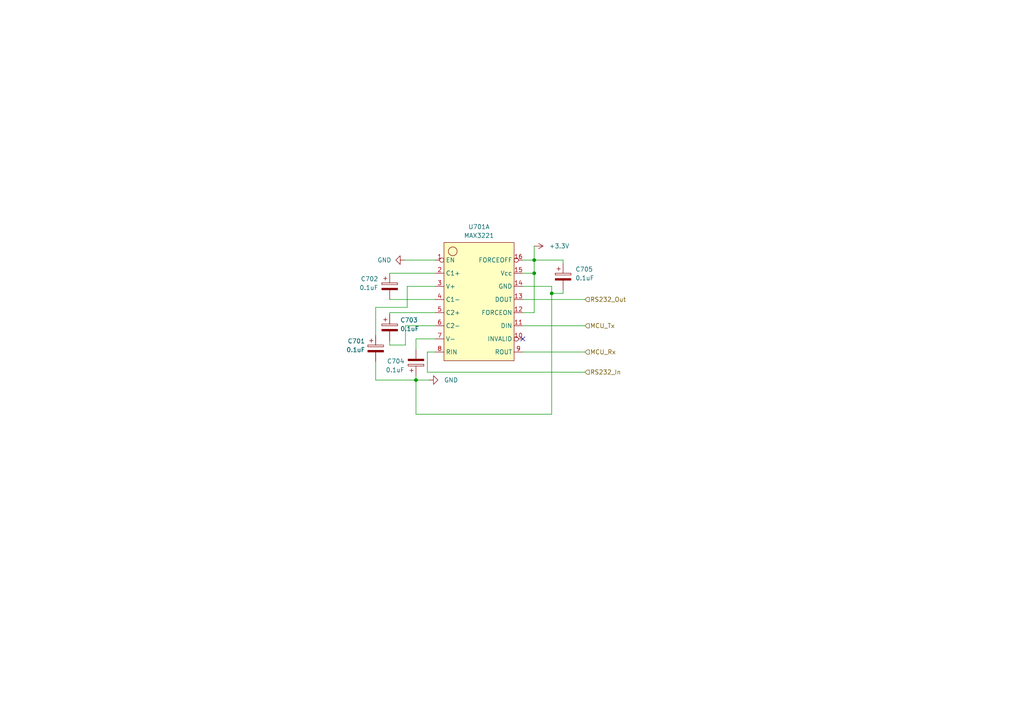
<source format=kicad_sch>
(kicad_sch (version 20211123) (generator eeschema)
  (paper "A4")
  (lib_symbols
    (symbol "Device:C_Polarized" (pin_numbers hide) (pin_names (offset 0.254))
      (property "Reference" "C" (at 0.635 2.54 0))
      (property "Value" "C_Polarized" (at 0.635 -2.54 0))
      (symbol "C_Polarized_0_1"
        (rectangle (start -2.286 0.508) (end 2.286 1.016))
        (polyline (pts (xy -1.778 2.286) (xy -0.762 2.286)))
        (polyline (pts (xy -1.27 2.794) (xy -1.27 1.778)))
        (rectangle (start 2.286 -0.508) (end -2.286 -1.016) (fill (type outline)))
      )
      (symbol "C_Polarized_1_1"
        (pin passive line (at 0 3.81 270) (length 2.794) (name "~") (number "1"))
        (pin passive line (at 0 -3.81 90) (length 2.794) (name "~") (number "2"))
      )
    )
    (symbol "aydolabs:MAX3221"
      (property "Reference" "U" (at -5.08 19.05 0))
      (property "Value" "MAX3221" (at -3.81 -17.78 0))
      (symbol "MAX3221_0_1"
        (rectangle (start -15.24 17.78) (end 5.08 -16.51) (fill (type background)))
        (circle (center -12.7 15.24) (radius 1.27))
      )
      (symbol "MAX3221_1_1"
        (pin input inverted (at -17.78 12.7 0) (length 2.54) (name "EN") (number "1"))
        (pin bidirectional inverted (at 7.62 -10.16 180) (length 2.54) (name "INVALID") (number "10"))
        (pin bidirectional line (at 7.62 -6.35 180) (length 2.54) (name "DIN") (number "11"))
        (pin bidirectional line (at 7.62 -2.54 180) (length 2.54) (name "FORCEON") (number "12"))
        (pin bidirectional line (at 7.62 1.27 180) (length 2.54) (name "DOUT") (number "13"))
        (pin power_out line (at 7.62 5.08 180) (length 2.54) (name "GND") (number "14"))
        (pin power_in line (at 7.62 8.89 180) (length 2.54) (name "Vcc") (number "15"))
        (pin bidirectional inverted (at 7.62 12.7 180) (length 2.54) (name "FORCEOFF") (number "16"))
        (pin bidirectional line (at -17.78 8.89 0) (length 2.54) (name "C1+") (number "2"))
        (pin bidirectional line (at -17.78 5.08 0) (length 2.54) (name "V+") (number "3"))
        (pin bidirectional line (at -17.78 1.27 0) (length 2.54) (name "C1-") (number "4"))
        (pin bidirectional line (at -17.78 -2.54 0) (length 2.54) (name "C2+") (number "5"))
        (pin bidirectional line (at -17.78 -6.35 0) (length 2.54) (name "C2-") (number "6"))
        (pin bidirectional line (at -17.78 -10.16 0) (length 2.54) (name "V-") (number "7"))
        (pin bidirectional line (at -17.78 -13.97 0) (length 2.54) (name "RIN") (number "8"))
        (pin bidirectional line (at 7.62 -13.97 180) (length 2.54) (name "ROUT") (number "9"))
      )
      (symbol "MAX3221_2_1"
        (pin input inverted (at -17.78 12.7 0) (length 2.54) (name "EN") (number "1-UB"))
        (pin bidirectional inverted (at 7.62 -10.16 180) (length 2.54) (name "INVALID") (number "10-UB"))
        (pin bidirectional line (at 7.62 -6.35 180) (length 2.54) (name "DIN") (number "11-UB"))
        (pin bidirectional line (at 7.62 -2.54 180) (length 2.54) (name "FORCEON") (number "12-UB"))
        (pin bidirectional line (at 7.62 1.27 180) (length 2.54) (name "DOUT") (number "13-UB"))
        (pin power_out line (at 7.62 5.08 180) (length 2.54) (name "GND") (number "14-UB"))
        (pin power_in line (at 7.62 8.89 180) (length 2.54) (name "Vcc") (number "15-UB"))
        (pin bidirectional inverted (at 7.62 12.7 180) (length 2.54) (name "FORCEOFF") (number "16-UB"))
        (pin bidirectional line (at -17.78 8.89 0) (length 2.54) (name "C1+") (number "2-UB"))
        (pin bidirectional line (at -17.78 5.08 0) (length 2.54) (name "V+") (number "3-UB"))
        (pin bidirectional line (at -17.78 1.27 0) (length 2.54) (name "C1-") (number "4-UB"))
        (pin bidirectional line (at -17.78 -2.54 0) (length 2.54) (name "C2+") (number "5-UB"))
        (pin bidirectional line (at -17.78 -6.35 0) (length 2.54) (name "C2-") (number "6-UB"))
        (pin bidirectional line (at -17.78 -10.16 0) (length 2.54) (name "V-") (number "7-UB"))
        (pin bidirectional line (at -17.78 -13.97 0) (length 2.54) (name "RIN") (number "8-UB"))
        (pin bidirectional line (at 7.62 -13.97 180) (length 2.54) (name "ROUT") (number "9-UB"))
      )
      (symbol "MAX3221_3_1"
        (pin input inverted (at -17.78 12.7 0) (length 2.54) (name "EN") (number "1-UC"))
        (pin bidirectional inverted (at 7.62 -10.16 180) (length 2.54) (name "INVALID") (number "10-UC"))
        (pin bidirectional line (at 7.62 -6.35 180) (length 2.54) (name "DIN") (number "11-UC"))
        (pin bidirectional line (at 7.62 -2.54 180) (length 2.54) (name "FORCEON") (number "12-UC"))
        (pin bidirectional line (at 7.62 1.27 180) (length 2.54) (name "DOUT") (number "13-UC"))
        (pin power_out line (at 7.62 5.08 180) (length 2.54) (name "GND") (number "14-UC"))
        (pin power_in line (at 7.62 8.89 180) (length 2.54) (name "Vcc") (number "15-UC"))
        (pin bidirectional inverted (at 7.62 12.7 180) (length 2.54) (name "FORCEOFF") (number "16-UC"))
        (pin bidirectional line (at -17.78 8.89 0) (length 2.54) (name "C1+") (number "2-UC"))
        (pin bidirectional line (at -17.78 5.08 0) (length 2.54) (name "V+") (number "3-UC"))
        (pin bidirectional line (at -17.78 1.27 0) (length 2.54) (name "C1-") (number "4-UC"))
        (pin bidirectional line (at -17.78 -2.54 0) (length 2.54) (name "C2+") (number "5-UC"))
        (pin bidirectional line (at -17.78 -6.35 0) (length 2.54) (name "C2-") (number "6-UC"))
        (pin bidirectional line (at -17.78 -10.16 0) (length 2.54) (name "V-") (number "7-UC"))
        (pin bidirectional line (at -17.78 -13.97 0) (length 2.54) (name "RIN") (number "8-UC"))
        (pin bidirectional line (at 7.62 -13.97 180) (length 2.54) (name "ROUT") (number "9-UC"))
      )
      (symbol "MAX3221_4_1"
        (pin input inverted (at -17.78 12.7 0) (length 2.54) (name "EN") (number "1-UD"))
        (pin bidirectional inverted (at 7.62 -10.16 180) (length 2.54) (name "INVALID") (number "10-UD"))
        (pin bidirectional line (at 7.62 -6.35 180) (length 2.54) (name "DIN") (number "11-UD"))
        (pin bidirectional line (at 7.62 -2.54 180) (length 2.54) (name "FORCEON") (number "12-UD"))
        (pin bidirectional line (at 7.62 1.27 180) (length 2.54) (name "DOUT") (number "13-UD"))
        (pin power_out line (at 7.62 5.08 180) (length 2.54) (name "GND") (number "14-UD"))
        (pin power_in line (at 7.62 8.89 180) (length 2.54) (name "Vcc") (number "15-UD"))
        (pin bidirectional inverted (at 7.62 12.7 180) (length 2.54) (name "FORCEOFF") (number "16-UD"))
        (pin bidirectional line (at -17.78 8.89 0) (length 2.54) (name "C1+") (number "2-UD"))
        (pin bidirectional line (at -17.78 5.08 0) (length 2.54) (name "V+") (number "3-UD"))
        (pin bidirectional line (at -17.78 1.27 0) (length 2.54) (name "C1-") (number "4-UD"))
        (pin bidirectional line (at -17.78 -2.54 0) (length 2.54) (name "C2+") (number "5-UD"))
        (pin bidirectional line (at -17.78 -6.35 0) (length 2.54) (name "C2-") (number "6-UD"))
        (pin bidirectional line (at -17.78 -10.16 0) (length 2.54) (name "V-") (number "7-UD"))
        (pin bidirectional line (at -17.78 -13.97 0) (length 2.54) (name "RIN") (number "8-UD"))
        (pin bidirectional line (at 7.62 -13.97 180) (length 2.54) (name "ROUT") (number "9-UD"))
      )
      (symbol "MAX3221_5_1"
        (pin input inverted (at -17.78 12.7 0) (length 2.54) (name "EN") (number "1-UE"))
        (pin bidirectional inverted (at 7.62 -10.16 180) (length 2.54) (name "INVALID") (number "10-UE"))
        (pin bidirectional line (at 7.62 -6.35 180) (length 2.54) (name "DIN") (number "11-UE"))
        (pin bidirectional line (at 7.62 -2.54 180) (length 2.54) (name "FORCEON") (number "12-UE"))
        (pin bidirectional line (at 7.62 1.27 180) (length 2.54) (name "DOUT") (number "13-UE"))
        (pin power_out line (at 7.62 5.08 180) (length 2.54) (name "GND") (number "14-UE"))
        (pin power_in line (at 7.62 8.89 180) (length 2.54) (name "Vcc") (number "15-UE"))
        (pin bidirectional inverted (at 7.62 12.7 180) (length 2.54) (name "FORCEOFF") (number "16-UE"))
        (pin bidirectional line (at -17.78 8.89 0) (length 2.54) (name "C1+") (number "2-UE"))
        (pin bidirectional line (at -17.78 5.08 0) (length 2.54) (name "V+") (number "3-UE"))
        (pin bidirectional line (at -17.78 1.27 0) (length 2.54) (name "C1-") (number "4-UE"))
        (pin bidirectional line (at -17.78 -2.54 0) (length 2.54) (name "C2+") (number "5-UE"))
        (pin bidirectional line (at -17.78 -6.35 0) (length 2.54) (name "C2-") (number "6-UE"))
        (pin bidirectional line (at -17.78 -10.16 0) (length 2.54) (name "V-") (number "7-UE"))
        (pin bidirectional line (at -17.78 -13.97 0) (length 2.54) (name "RIN") (number "8-UE"))
        (pin bidirectional line (at 7.62 -13.97 180) (length 2.54) (name "ROUT") (number "9-UE"))
      )
      (symbol "MAX3221_6_1"
        (pin input inverted (at -17.78 12.7 0) (length 2.54) (name "EN") (number "1-UF"))
        (pin bidirectional inverted (at 7.62 -10.16 180) (length 2.54) (name "INVALID") (number "10-UF"))
        (pin bidirectional line (at 7.62 -6.35 180) (length 2.54) (name "DIN") (number "11-UF"))
        (pin bidirectional line (at 7.62 -2.54 180) (length 2.54) (name "FORCEON") (number "12-UF"))
        (pin bidirectional line (at 7.62 1.27 180) (length 2.54) (name "DOUT") (number "13-UF"))
        (pin power_out line (at 7.62 5.08 180) (length 2.54) (name "GND") (number "14-UF"))
        (pin power_in line (at 7.62 8.89 180) (length 2.54) (name "Vcc") (number "15-UF"))
        (pin bidirectional inverted (at 7.62 12.7 180) (length 2.54) (name "FORCEOFF") (number "16-UF"))
        (pin bidirectional line (at -17.78 8.89 0) (length 2.54) (name "C1+") (number "2-UF"))
        (pin bidirectional line (at -17.78 5.08 0) (length 2.54) (name "V+") (number "3-UF"))
        (pin bidirectional line (at -17.78 1.27 0) (length 2.54) (name "C1-") (number "4-UF"))
        (pin bidirectional line (at -17.78 -2.54 0) (length 2.54) (name "C2+") (number "5-UF"))
        (pin bidirectional line (at -17.78 -6.35 0) (length 2.54) (name "C2-") (number "6-UF"))
        (pin bidirectional line (at -17.78 -10.16 0) (length 2.54) (name "V-") (number "7-UF"))
        (pin bidirectional line (at -17.78 -13.97 0) (length 2.54) (name "RIN") (number "8-UF"))
        (pin bidirectional line (at 7.62 -13.97 180) (length 2.54) (name "ROUT") (number "9-UF"))
      )
      (symbol "MAX3221_7_1"
        (pin input inverted (at -17.78 12.7 0) (length 2.54) (name "EN") (number "1-UG"))
        (pin bidirectional inverted (at 7.62 -10.16 180) (length 2.54) (name "INVALID") (number "10-UG"))
        (pin bidirectional line (at 7.62 -6.35 180) (length 2.54) (name "DIN") (number "11-UG"))
        (pin bidirectional line (at 7.62 -2.54 180) (length 2.54) (name "FORCEON") (number "12-UG"))
        (pin bidirectional line (at 7.62 1.27 180) (length 2.54) (name "DOUT") (number "13-UG"))
        (pin power_out line (at 7.62 5.08 180) (length 2.54) (name "GND") (number "14-UG"))
        (pin power_in line (at 7.62 8.89 180) (length 2.54) (name "Vcc") (number "15-UG"))
        (pin bidirectional inverted (at 7.62 12.7 180) (length 2.54) (name "FORCEOFF") (number "16-UG"))
        (pin bidirectional line (at -17.78 8.89 0) (length 2.54) (name "C1+") (number "2-UG"))
        (pin bidirectional line (at -17.78 5.08 0) (length 2.54) (name "V+") (number "3-UG"))
        (pin bidirectional line (at -17.78 1.27 0) (length 2.54) (name "C1-") (number "4-UG"))
        (pin bidirectional line (at -17.78 -2.54 0) (length 2.54) (name "C2+") (number "5-UG"))
        (pin bidirectional line (at -17.78 -6.35 0) (length 2.54) (name "C2-") (number "6-UG"))
        (pin bidirectional line (at -17.78 -10.16 0) (length 2.54) (name "V-") (number "7-UG"))
        (pin bidirectional line (at -17.78 -13.97 0) (length 2.54) (name "RIN") (number "8-UG"))
        (pin bidirectional line (at 7.62 -13.97 180) (length 2.54) (name "ROUT") (number "9-UG"))
      )
      (symbol "MAX3221_8_1"
        (pin input inverted (at -17.78 12.7 0) (length 2.54) (name "EN") (number "1-UH"))
        (pin bidirectional inverted (at 7.62 -10.16 180) (length 2.54) (name "INVALID") (number "10-UH"))
        (pin bidirectional line (at 7.62 -6.35 180) (length 2.54) (name "DIN") (number "11-UH"))
        (pin bidirectional line (at 7.62 -2.54 180) (length 2.54) (name "FORCEON") (number "12-UH"))
        (pin bidirectional line (at 7.62 1.27 180) (length 2.54) (name "DOUT") (number "13-UH"))
        (pin power_out line (at 7.62 5.08 180) (length 2.54) (name "GND") (number "14-UH"))
        (pin power_in line (at 7.62 8.89 180) (length 2.54) (name "Vcc") (number "15-UH"))
        (pin bidirectional inverted (at 7.62 12.7 180) (length 2.54) (name "FORCEOFF") (number "16-UH"))
        (pin bidirectional line (at -17.78 8.89 0) (length 2.54) (name "C1+") (number "2-UH"))
        (pin bidirectional line (at -17.78 5.08 0) (length 2.54) (name "V+") (number "3-UH"))
        (pin bidirectional line (at -17.78 1.27 0) (length 2.54) (name "C1-") (number "4-UH"))
        (pin bidirectional line (at -17.78 -2.54 0) (length 2.54) (name "C2+") (number "5-UH"))
        (pin bidirectional line (at -17.78 -6.35 0) (length 2.54) (name "C2-") (number "6-UH"))
        (pin bidirectional line (at -17.78 -10.16 0) (length 2.54) (name "V-") (number "7-UH"))
        (pin bidirectional line (at -17.78 -13.97 0) (length 2.54) (name "RIN") (number "8-UH"))
        (pin bidirectional line (at 7.62 -13.97 180) (length 2.54) (name "ROUT") (number "9-UH"))
      )
      (symbol "MAX3221_9_1"
        (pin input inverted (at -17.78 12.7 0) (length 2.54) (name "EN") (number "1-UI"))
        (pin bidirectional inverted (at 7.62 -10.16 180) (length 2.54) (name "INVALID") (number "10-UI"))
        (pin bidirectional line (at 7.62 -6.35 180) (length 2.54) (name "DIN") (number "11-UI"))
        (pin bidirectional line (at 7.62 -2.54 180) (length 2.54) (name "FORCEON") (number "12-UI"))
        (pin bidirectional line (at 7.62 1.27 180) (length 2.54) (name "DOUT") (number "13-UI"))
        (pin power_out line (at 7.62 5.08 180) (length 2.54) (name "GND") (number "14-UI"))
        (pin power_in line (at 7.62 8.89 180) (length 2.54) (name "Vcc") (number "15-UI"))
        (pin bidirectional inverted (at 7.62 12.7 180) (length 2.54) (name "FORCEOFF") (number "16-UI"))
        (pin bidirectional line (at -17.78 8.89 0) (length 2.54) (name "C1+") (number "2-UI"))
        (pin bidirectional line (at -17.78 5.08 0) (length 2.54) (name "V+") (number "3-UI"))
        (pin bidirectional line (at -17.78 1.27 0) (length 2.54) (name "C1-") (number "4-UI"))
        (pin bidirectional line (at -17.78 -2.54 0) (length 2.54) (name "C2+") (number "5-UI"))
        (pin bidirectional line (at -17.78 -6.35 0) (length 2.54) (name "C2-") (number "6-UI"))
        (pin bidirectional line (at -17.78 -10.16 0) (length 2.54) (name "V-") (number "7-UI"))
        (pin bidirectional line (at -17.78 -13.97 0) (length 2.54) (name "RIN") (number "8-UI"))
        (pin bidirectional line (at 7.62 -13.97 180) (length 2.54) (name "ROUT") (number "9-UI"))
      )
      (symbol "MAX3221_10_1"
        (pin input inverted (at -17.78 12.7 0) (length 2.54) (name "EN") (number "1-UJ"))
        (pin bidirectional inverted (at 7.62 -10.16 180) (length 2.54) (name "INVALID") (number "10-UJ"))
        (pin bidirectional line (at 7.62 -6.35 180) (length 2.54) (name "DIN") (number "11-UJ"))
        (pin bidirectional line (at 7.62 -2.54 180) (length 2.54) (name "FORCEON") (number "12-UJ"))
        (pin bidirectional line (at 7.62 1.27 180) (length 2.54) (name "DOUT") (number "13-UJ"))
        (pin power_out line (at 7.62 5.08 180) (length 2.54) (name "GND") (number "14-UJ"))
        (pin power_in line (at 7.62 8.89 180) (length 2.54) (name "Vcc") (number "15-UJ"))
        (pin bidirectional inverted (at 7.62 12.7 180) (length 2.54) (name "FORCEOFF") (number "16-UJ"))
        (pin bidirectional line (at -17.78 8.89 0) (length 2.54) (name "C1+") (number "2-UJ"))
        (pin bidirectional line (at -17.78 5.08 0) (length 2.54) (name "V+") (number "3-UJ"))
        (pin bidirectional line (at -17.78 1.27 0) (length 2.54) (name "C1-") (number "4-UJ"))
        (pin bidirectional line (at -17.78 -2.54 0) (length 2.54) (name "C2+") (number "5-UJ"))
        (pin bidirectional line (at -17.78 -6.35 0) (length 2.54) (name "C2-") (number "6-UJ"))
        (pin bidirectional line (at -17.78 -10.16 0) (length 2.54) (name "V-") (number "7-UJ"))
        (pin bidirectional line (at -17.78 -13.97 0) (length 2.54) (name "RIN") (number "8-UJ"))
        (pin bidirectional line (at 7.62 -13.97 180) (length 2.54) (name "ROUT") (number "9-UJ"))
      )
      (symbol "MAX3221_11_1"
        (pin input inverted (at -17.78 12.7 0) (length 2.54) (name "EN") (number "1-UK"))
        (pin bidirectional inverted (at 7.62 -10.16 180) (length 2.54) (name "INVALID") (number "10-UK"))
        (pin bidirectional line (at 7.62 -6.35 180) (length 2.54) (name "DIN") (number "11-UK"))
        (pin bidirectional line (at 7.62 -2.54 180) (length 2.54) (name "FORCEON") (number "12-UK"))
        (pin bidirectional line (at 7.62 1.27 180) (length 2.54) (name "DOUT") (number "13-UK"))
        (pin power_out line (at 7.62 5.08 180) (length 2.54) (name "GND") (number "14-UK"))
        (pin power_in line (at 7.62 8.89 180) (length 2.54) (name "Vcc") (number "15-UK"))
        (pin bidirectional inverted (at 7.62 12.7 180) (length 2.54) (name "FORCEOFF") (number "16-UK"))
        (pin bidirectional line (at -17.78 8.89 0) (length 2.54) (name "C1+") (number "2-UK"))
        (pin bidirectional line (at -17.78 5.08 0) (length 2.54) (name "V+") (number "3-UK"))
        (pin bidirectional line (at -17.78 1.27 0) (length 2.54) (name "C1-") (number "4-UK"))
        (pin bidirectional line (at -17.78 -2.54 0) (length 2.54) (name "C2+") (number "5-UK"))
        (pin bidirectional line (at -17.78 -6.35 0) (length 2.54) (name "C2-") (number "6-UK"))
        (pin bidirectional line (at -17.78 -10.16 0) (length 2.54) (name "V-") (number "7-UK"))
        (pin bidirectional line (at -17.78 -13.97 0) (length 2.54) (name "RIN") (number "8-UK"))
        (pin bidirectional line (at 7.62 -13.97 180) (length 2.54) (name "ROUT") (number "9-UK"))
      )
      (symbol "MAX3221_12_1"
        (pin input inverted (at -17.78 12.7 0) (length 2.54) (name "EN") (number "1-UL"))
        (pin bidirectional inverted (at 7.62 -10.16 180) (length 2.54) (name "INVALID") (number "10-UL"))
        (pin bidirectional line (at 7.62 -6.35 180) (length 2.54) (name "DIN") (number "11-UL"))
        (pin bidirectional line (at 7.62 -2.54 180) (length 2.54) (name "FORCEON") (number "12-UL"))
        (pin bidirectional line (at 7.62 1.27 180) (length 2.54) (name "DOUT") (number "13-UL"))
        (pin power_out line (at 7.62 5.08 180) (length 2.54) (name "GND") (number "14-UL"))
        (pin power_in line (at 7.62 8.89 180) (length 2.54) (name "Vcc") (number "15-UL"))
        (pin bidirectional inverted (at 7.62 12.7 180) (length 2.54) (name "FORCEOFF") (number "16-UL"))
        (pin bidirectional line (at -17.78 8.89 0) (length 2.54) (name "C1+") (number "2-UL"))
        (pin bidirectional line (at -17.78 5.08 0) (length 2.54) (name "V+") (number "3-UL"))
        (pin bidirectional line (at -17.78 1.27 0) (length 2.54) (name "C1-") (number "4-UL"))
        (pin bidirectional line (at -17.78 -2.54 0) (length 2.54) (name "C2+") (number "5-UL"))
        (pin bidirectional line (at -17.78 -6.35 0) (length 2.54) (name "C2-") (number "6-UL"))
        (pin bidirectional line (at -17.78 -10.16 0) (length 2.54) (name "V-") (number "7-UL"))
        (pin bidirectional line (at -17.78 -13.97 0) (length 2.54) (name "RIN") (number "8-UL"))
        (pin bidirectional line (at 7.62 -13.97 180) (length 2.54) (name "ROUT") (number "9-UL"))
      )
      (symbol "MAX3221_13_1"
        (pin input inverted (at -17.78 12.7 0) (length 2.54) (name "EN") (number "1-UM"))
        (pin bidirectional inverted (at 7.62 -10.16 180) (length 2.54) (name "INVALID") (number "10-UM"))
        (pin bidirectional line (at 7.62 -6.35 180) (length 2.54) (name "DIN") (number "11-UM"))
        (pin bidirectional line (at 7.62 -2.54 180) (length 2.54) (name "FORCEON") (number "12-UM"))
        (pin bidirectional line (at 7.62 1.27 180) (length 2.54) (name "DOUT") (number "13-UM"))
        (pin power_out line (at 7.62 5.08 180) (length 2.54) (name "GND") (number "14-UM"))
        (pin power_in line (at 7.62 8.89 180) (length 2.54) (name "Vcc") (number "15-UM"))
        (pin bidirectional inverted (at 7.62 12.7 180) (length 2.54) (name "FORCEOFF") (number "16-UM"))
        (pin bidirectional line (at -17.78 8.89 0) (length 2.54) (name "C1+") (number "2-UM"))
        (pin bidirectional line (at -17.78 5.08 0) (length 2.54) (name "V+") (number "3-UM"))
        (pin bidirectional line (at -17.78 1.27 0) (length 2.54) (name "C1-") (number "4-UM"))
        (pin bidirectional line (at -17.78 -2.54 0) (length 2.54) (name "C2+") (number "5-UM"))
        (pin bidirectional line (at -17.78 -6.35 0) (length 2.54) (name "C2-") (number "6-UM"))
        (pin bidirectional line (at -17.78 -10.16 0) (length 2.54) (name "V-") (number "7-UM"))
        (pin bidirectional line (at -17.78 -13.97 0) (length 2.54) (name "RIN") (number "8-UM"))
        (pin bidirectional line (at 7.62 -13.97 180) (length 2.54) (name "ROUT") (number "9-UM"))
      )
      (symbol "MAX3221_14_1"
        (pin input inverted (at -17.78 12.7 0) (length 2.54) (name "EN") (number "1-UN"))
        (pin bidirectional inverted (at 7.62 -10.16 180) (length 2.54) (name "INVALID") (number "10-UN"))
        (pin bidirectional line (at 7.62 -6.35 180) (length 2.54) (name "DIN") (number "11-UN"))
        (pin bidirectional line (at 7.62 -2.54 180) (length 2.54) (name "FORCEON") (number "12-UN"))
        (pin bidirectional line (at 7.62 1.27 180) (length 2.54) (name "DOUT") (number "13-UN"))
        (pin power_out line (at 7.62 5.08 180) (length 2.54) (name "GND") (number "14-UN"))
        (pin power_in line (at 7.62 8.89 180) (length 2.54) (name "Vcc") (number "15-UN"))
        (pin bidirectional inverted (at 7.62 12.7 180) (length 2.54) (name "FORCEOFF") (number "16-UN"))
        (pin bidirectional line (at -17.78 8.89 0) (length 2.54) (name "C1+") (number "2-UN"))
        (pin bidirectional line (at -17.78 5.08 0) (length 2.54) (name "V+") (number "3-UN"))
        (pin bidirectional line (at -17.78 1.27 0) (length 2.54) (name "C1-") (number "4-UN"))
        (pin bidirectional line (at -17.78 -2.54 0) (length 2.54) (name "C2+") (number "5-UN"))
        (pin bidirectional line (at -17.78 -6.35 0) (length 2.54) (name "C2-") (number "6-UN"))
        (pin bidirectional line (at -17.78 -10.16 0) (length 2.54) (name "V-") (number "7-UN"))
        (pin bidirectional line (at -17.78 -13.97 0) (length 2.54) (name "RIN") (number "8-UN"))
        (pin bidirectional line (at 7.62 -13.97 180) (length 2.54) (name "ROUT") (number "9-UN"))
      )
      (symbol "MAX3221_15_1"
        (pin input inverted (at -17.78 12.7 0) (length 2.54) (name "EN") (number "1-UO"))
        (pin bidirectional inverted (at 7.62 -10.16 180) (length 2.54) (name "INVALID") (number "10-UO"))
        (pin bidirectional line (at 7.62 -6.35 180) (length 2.54) (name "DIN") (number "11-UO"))
        (pin bidirectional line (at 7.62 -2.54 180) (length 2.54) (name "FORCEON") (number "12-UO"))
        (pin bidirectional line (at 7.62 1.27 180) (length 2.54) (name "DOUT") (number "13-UO"))
        (pin power_out line (at 7.62 5.08 180) (length 2.54) (name "GND") (number "14-UO"))
        (pin power_in line (at 7.62 8.89 180) (length 2.54) (name "Vcc") (number "15-UO"))
        (pin bidirectional inverted (at 7.62 12.7 180) (length 2.54) (name "FORCEOFF") (number "16-UO"))
        (pin bidirectional line (at -17.78 8.89 0) (length 2.54) (name "C1+") (number "2-UO"))
        (pin bidirectional line (at -17.78 5.08 0) (length 2.54) (name "V+") (number "3-UO"))
        (pin bidirectional line (at -17.78 1.27 0) (length 2.54) (name "C1-") (number "4-UO"))
        (pin bidirectional line (at -17.78 -2.54 0) (length 2.54) (name "C2+") (number "5-UO"))
        (pin bidirectional line (at -17.78 -6.35 0) (length 2.54) (name "C2-") (number "6-UO"))
        (pin bidirectional line (at -17.78 -10.16 0) (length 2.54) (name "V-") (number "7-UO"))
        (pin bidirectional line (at -17.78 -13.97 0) (length 2.54) (name "RIN") (number "8-UO"))
        (pin bidirectional line (at 7.62 -13.97 180) (length 2.54) (name "ROUT") (number "9-UO"))
      )
      (symbol "MAX3221_16_1"
        (pin input inverted (at -17.78 12.7 0) (length 2.54) (name "EN") (number "1-UP"))
        (pin bidirectional inverted (at 7.62 -10.16 180) (length 2.54) (name "INVALID") (number "10-UP"))
        (pin bidirectional line (at 7.62 -6.35 180) (length 2.54) (name "DIN") (number "11-UP"))
        (pin bidirectional line (at 7.62 -2.54 180) (length 2.54) (name "FORCEON") (number "12-UP"))
        (pin bidirectional line (at 7.62 1.27 180) (length 2.54) (name "DOUT") (number "13-UP"))
        (pin power_out line (at 7.62 5.08 180) (length 2.54) (name "GND") (number "14-UP"))
        (pin power_in line (at 7.62 8.89 180) (length 2.54) (name "Vcc") (number "15-UP"))
        (pin bidirectional inverted (at 7.62 12.7 180) (length 2.54) (name "FORCEOFF") (number "16-UP"))
        (pin bidirectional line (at -17.78 8.89 0) (length 2.54) (name "C1+") (number "2-UP"))
        (pin bidirectional line (at -17.78 5.08 0) (length 2.54) (name "V+") (number "3-UP"))
        (pin bidirectional line (at -17.78 1.27 0) (length 2.54) (name "C1-") (number "4-UP"))
        (pin bidirectional line (at -17.78 -2.54 0) (length 2.54) (name "C2+") (number "5-UP"))
        (pin bidirectional line (at -17.78 -6.35 0) (length 2.54) (name "C2-") (number "6-UP"))
        (pin bidirectional line (at -17.78 -10.16 0) (length 2.54) (name "V-") (number "7-UP"))
        (pin bidirectional line (at -17.78 -13.97 0) (length 2.54) (name "RIN") (number "8-UP"))
        (pin bidirectional line (at 7.62 -13.97 180) (length 2.54) (name "ROUT") (number "9-UP"))
      )
    )
    (symbol "power:+3.3V" (power) (pin_names (offset 0))
      (property "Value" "+3.3V" (at 0 3.556 0))
      (symbol "+3.3V_0_1"
        (polyline (pts (xy -0.762 1.27) (xy 0 2.54)))
        (polyline (pts (xy 0 0) (xy 0 2.54)))
        (polyline (pts (xy 0 2.54) (xy 0.762 1.27)))
      )
      (symbol "+3.3V_1_1"
        (pin power_in line (at 0 0 90) (length 0) hide (name "+3.3V") (number "1"))
      )
    )
    (symbol "power:GND" (power) (pin_names (offset 0))
      (property "Value" "GND" (at 0 -3.81 0))
      (symbol "GND_0_1"
        (polyline (pts (xy 0 0) (xy 0 -1.27) (xy 1.27 -1.27) (xy 0 -2.54) (xy -1.27 -1.27) (xy 0 -1.27)))
      )
      (symbol "GND_1_1"
        (pin power_in line (at 0 0 270) (length 0) hide (name "GND") (number "1"))
      )
    )
  )
  (junction (at 160.02 85.09))
  (junction (at 154.94 79.248))
  (junction (at 120.65 110.236))
  (junction (at 154.94 75.438))
  (no_connect (at 151.638 98.298))
  (wire (pts (xy 123.952 102.108) (xy 126.238 102.108)))
  (wire (pts (xy 163.322 76.454) (xy 163.322 75.438)))
  (wire (pts (xy 151.638 94.488) (xy 169.672 94.488)))
  (wire (pts (xy 120.65 110.236) (xy 120.65 120.142)))
  (wire (pts (xy 113.03 90.678) (xy 126.238 90.678)))
  (wire (pts (xy 113.03 79.248) (xy 126.238 79.248)))
  (wire (pts (xy 163.322 84.074) (xy 163.322 85.09)))
  (wire (pts (xy 113.03 86.868) (xy 126.238 86.868)))
  (wire (pts (xy 120.65 120.142) (xy 160.02 120.142)))
  (wire (pts (xy 151.638 79.248) (xy 154.94 79.248)))
  (wire (pts (xy 151.638 102.108) (xy 169.672 102.108)))
  (wire (pts (xy 108.966 89.154) (xy 108.966 97.282)))
  (wire (pts (xy 151.638 90.678) (xy 154.94 90.678)))
  (wire (pts (xy 126.238 94.488) (xy 117.602 94.488)))
  (wire (pts (xy 120.65 101.346) (xy 120.65 98.298)))
  (wire (pts (xy 154.94 71.374) (xy 154.94 75.438)))
  (wire (pts (xy 117.602 94.488) (xy 117.602 100.076)))
  (wire (pts (xy 118.11 89.154) (xy 118.11 83.058)))
  (wire (pts (xy 163.322 85.09) (xy 160.02 85.09)))
  (wire (pts (xy 169.672 107.95) (xy 123.952 107.95)))
  (wire (pts (xy 113.03 98.806) (xy 113.03 100.076)))
  (wire (pts (xy 154.94 75.438) (xy 163.322 75.438)))
  (wire (pts (xy 120.65 98.298) (xy 126.238 98.298)))
  (wire (pts (xy 120.65 110.236) (xy 124.46 110.236)))
  (wire (pts (xy 154.94 90.678) (xy 154.94 79.248)))
  (wire (pts (xy 151.638 86.868) (xy 169.672 86.868)))
  (wire (pts (xy 160.02 83.058) (xy 160.02 85.09)))
  (wire (pts (xy 117.348 75.438) (xy 126.238 75.438)))
  (wire (pts (xy 113.03 91.186) (xy 113.03 90.678)))
  (wire (pts (xy 113.03 100.076) (xy 117.602 100.076)))
  (wire (pts (xy 108.966 89.154) (xy 118.11 89.154)))
  (wire (pts (xy 154.94 79.248) (xy 154.94 75.438)))
  (wire (pts (xy 118.11 83.058) (xy 126.238 83.058)))
  (wire (pts (xy 108.966 104.902) (xy 108.966 110.236)))
  (wire (pts (xy 120.65 108.966) (xy 120.65 110.236)))
  (wire (pts (xy 123.952 102.108) (xy 123.952 107.95)))
  (wire (pts (xy 160.02 85.09) (xy 160.02 120.142)))
  (wire (pts (xy 151.638 83.058) (xy 160.02 83.058)))
  (wire (pts (xy 108.966 110.236) (xy 120.65 110.236)))
  (wire (pts (xy 154.94 75.438) (xy 151.638 75.438)))
  (hierarchical_label "RS232_In" (shape input) (at 169.672 107.95 0))
  (hierarchical_label "RS232_Out" (shape input) (at 169.672 86.868 0))
  (hierarchical_label "MCU_Tx" (shape input) (at 169.672 94.488 0))
  (hierarchical_label "MCU_Rx" (shape input) (at 169.672 102.108 0))
  (symbol (lib_id "aydolabs:MAX3221") (at 144.018 88.138 0) (unit 1)
    (property "Reference" "U701" (at 138.938 65.786 0))
    (property "Value" "MAX3221" (at 138.938 68.326 0))
    (property "Footprint" "Package_SO:TSSOP-16_4.4x5mm_P0.65mm" (effects hide))
  )
  (symbol (lib_id "power:GND") (at 117.348 75.438 270) (unit 1)
    (property "Reference" "#PWR0701" (effects hide))
    (property "Value" "GND" (at 113.538 75.4379 90) (effects (justify right)))
  )
  (symbol (lib_id "Device:C_Polarized") (at 108.966 101.092 0) (unit 1)
    (property "Reference" "C701" (at 105.918 98.9329 0) (effects (justify right)))
    (property "Value" "0.1uF" (at 105.918 101.4729 0) (effects (justify right)))
    (property "Footprint" "Capacitor_THT:CP_Radial_D5.0mm_P2.50mm" (effects hide))
  )
  (symbol (lib_id "power:GND") (at 124.46 110.236 90) (unit 1)
    (property "Reference" "#PWR0702" (effects hide))
    (property "Value" "GND" (at 128.778 110.2359 90) (effects (justify right)))
  )
  (symbol (lib_id "Device:C_Polarized") (at 163.322 80.264 0) (unit 1)
    (property "Reference" "C705" (at 166.878 78.1049 0) (effects (justify left)))
    (property "Value" "0.1uF" (at 166.878 80.6449 0) (effects (justify left)))
    (property "Footprint" "Capacitor_THT:CP_Radial_D5.0mm_P2.50mm" (effects hide))
  )
  (symbol (lib_id "Device:C_Polarized") (at 120.65 105.156 0) (mirror x) (unit 1)
    (property "Reference" "C704" (at 117.348 104.7749 0) (effects (justify right)))
    (property "Value" "0.1uF" (at 117.348 107.3149 0) (effects (justify right)))
    (property "Footprint" "Capacitor_THT:CP_Radial_D5.0mm_P2.50mm" (effects hide))
  )
  (symbol (lib_id "Device:C_Polarized") (at 113.03 94.996 0) (unit 1)
    (property "Reference" "C703" (at 116.078 92.8369 0) (effects (justify left)))
    (property "Value" "0.1uF" (at 116.078 95.3769 0) (effects (justify left)))
    (property "Footprint" "Capacitor_THT:CP_Radial_D5.0mm_P2.50mm" (effects hide))
  )
  (symbol (lib_id "Device:C_Polarized") (at 113.03 83.058 0) (unit 1)
    (property "Reference" "C702" (at 109.728 80.8989 0) (effects (justify right)))
    (property "Value" "0.1uF" (at 109.728 83.4389 0) (effects (justify right)))
    (property "Footprint" "Capacitor_THT:CP_Radial_D5.0mm_P2.50mm" (effects hide))
  )
  (symbol (lib_id "power:+3.3V") (at 154.94 71.374 270) (unit 1)
    (property "Reference" "#PWR0703" (effects hide))
    (property "Value" "+3.3V" (at 159.258 71.3739 90) (effects (justify left)))
  )
)
</source>
